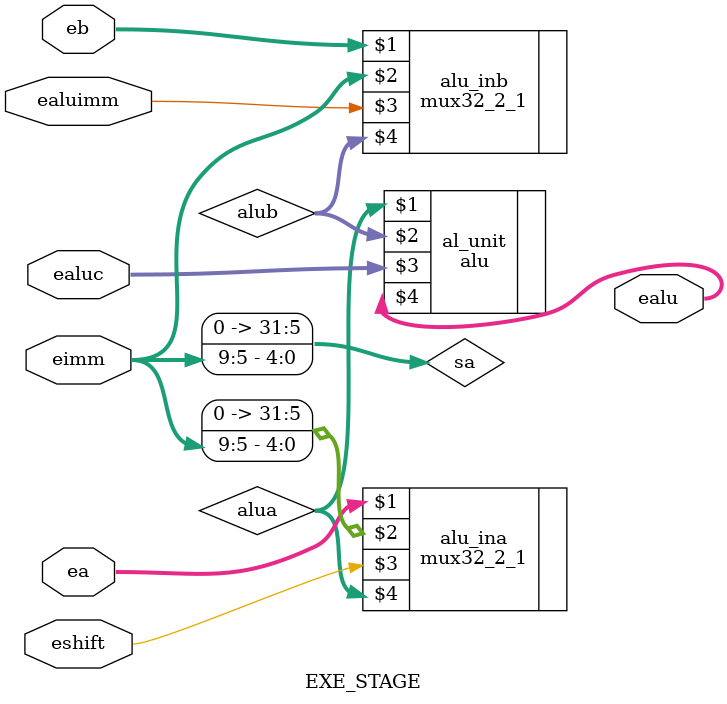
<source format=v>
`timescale 1ns / 1ps
module EXE_STAGE(ealuc,ealuimm,ea,eb,eimm,eshift,ealu,
    );
	 input [31:0] ea,eb,eimm;		//ea-ÓÉ¼Ä´æÆ÷¶Á³öµÄ²Ù×÷Êýa£»eb-ÓÉ¼Ä´æÆ÷¶Á³öµÄ²Ù×÷Êýa£»eimm-¾­¹ýÀ©Õ¹µÄÁ¢¼´Êý£»
	 input [2:0] ealuc;		//ALU¿ØÖÆÂë
	 input ealuimm,eshift;		//ALUÊäÈë²Ù×÷ÊýµÄ¶àÂ·Ñ¡ÔñÆ÷
	 output [31:0] ealu;		//alu²Ù×÷Êä³ö
	 
	 wire [31:0] alua,alub,sa;

	 assign sa={27'b0,eimm[9:5]};//ÒÆÎ»Î»ÊýµÄÉú³É

	 mux32_2_1 alu_ina (ea,sa,eshift,alua);//Ñ¡ÔñALU a¶ËµÄÊý¾ÝÀ´Ô´
	 mux32_2_1 alu_inb (eb,eimm,ealuimm,alub);//Ñ¡ÔñALU b¶ËµÄÊý¾ÝÀ´Ô´
 	 alu al_unit (alua,alub,ealuc,ealu);//ALU
	 
endmodule
</source>
